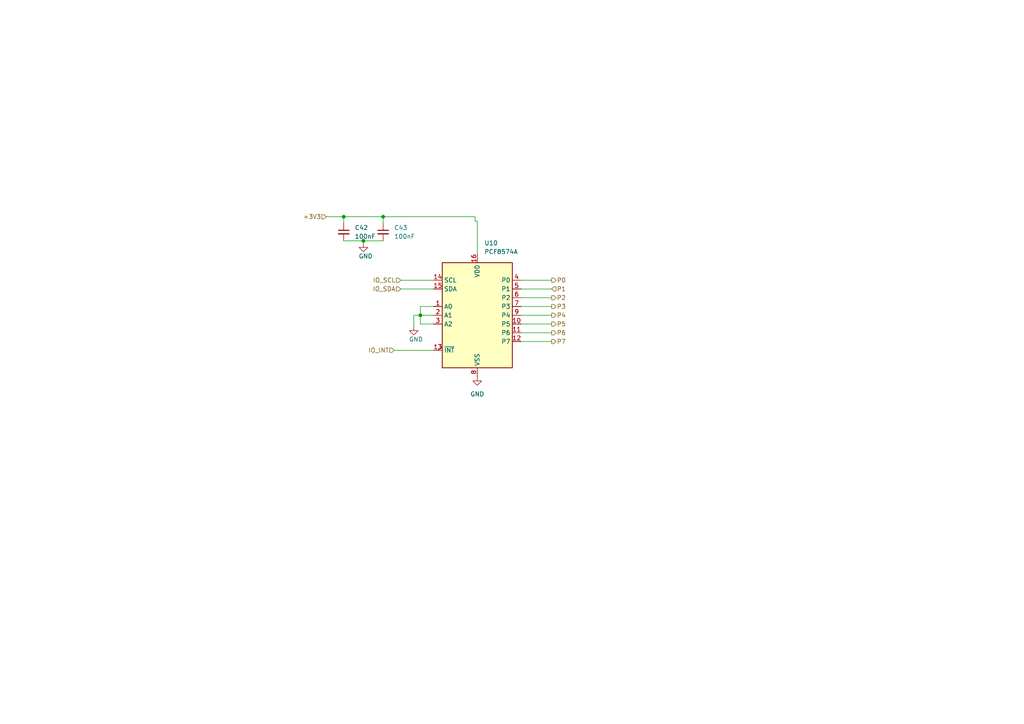
<source format=kicad_sch>
(kicad_sch (version 20230121) (generator eeschema)
  (paper "A4")
  (title_block (title "ELIESTAR") (date "2023-06-20") (rev "2.0") (company "GEVITON") (comment 2 "Reviewed By: Timoty Kyalo") (comment 3 "Designed By: Robert Mutura") (comment 4 "ELIESTAR"))
  (lib_symbols
    (symbol "Device:C_Small" (pin_numbers hide) (pin_names (offset 0.254) hide)
      (property "Reference" "C" (at 0.254 1.778 0))
      (property "Value" "C_Small" (at 0.254 -2.032 0))
      (symbol "C_Small_0_1"
        (polyline (pts (xy -1.524 -0.508) (xy 1.524 -0.508)) (stroke (width 0.3302)))
        (polyline (pts (xy -1.524 0.508) (xy 1.524 0.508)) (stroke (width 0.3048)))
      )
      (symbol "C_Small_1_1"
        (pin passive line (at 0 2.54 270) (length 2.032) (name "~") (number "1"))
        (pin passive line (at 0 -2.54 90) (length 2.032) (name "~") (number "2"))
      )
    )
    (symbol "Interface_Expansion:PCF8574A"
      (property "Reference" "U" (at -8.89 16.51 0))
      (property "Value" "PCF8574A" (at 2.54 16.51 0))
      (symbol "PCF8574A_0_1"
        (rectangle (start -10.16 15.24) (end 10.16 -15.24) (stroke (width 0.254)) (fill (type background)))
      )
      (symbol "PCF8574A_1_1"
        (pin input line (at -12.7 2.54 0) (length 2.54) (name "A0") (number "1"))
        (pin bidirectional line (at 12.7 -2.54 180) (length 2.54) (name "P5") (number "10"))
        (pin bidirectional line (at 12.7 -5.08 180) (length 2.54) (name "P6") (number "11"))
        (pin bidirectional line (at 12.7 -7.62 180) (length 2.54) (name "P7") (number "12"))
        (pin open_collector output_low (at -12.7 -10.16 0) (length 2.54) (name "~{INT}") (number "13"))
        (pin input line (at -12.7 10.16 0) (length 2.54) (name "SCL") (number "14"))
        (pin bidirectional line (at -12.7 7.62 0) (length 2.54) (name "SDA") (number "15"))
        (pin power_in line (at 0 17.78 270) (length 2.54) (name "VDD") (number "16"))
        (pin input line (at -12.7 0 0) (length 2.54) (name "A1") (number "2"))
        (pin input line (at -12.7 -2.54 0) (length 2.54) (name "A2") (number "3"))
        (pin bidirectional line (at 12.7 10.16 180) (length 2.54) (name "P0") (number "4"))
        (pin bidirectional line (at 12.7 7.62 180) (length 2.54) (name "P1") (number "5"))
        (pin bidirectional line (at 12.7 5.08 180) (length 2.54) (name "P2") (number "6"))
        (pin bidirectional line (at 12.7 2.54 180) (length 2.54) (name "P3") (number "7"))
        (pin power_in line (at 0 -17.78 90) (length 2.54) (name "VSS") (number "8"))
        (pin bidirectional line (at 12.7 0 180) (length 2.54) (name "P4") (number "9"))
      )
    )
    (symbol "power:GND" (power) (pin_names (offset 0))
      (property "Value" "GND" (at 0 -3.81 0))
      (symbol "GND_0_1"
        (polyline (pts (xy 0 0) (xy 0 -1.27) (xy 1.27 -1.27) (xy 0 -2.54) (xy -1.27 -1.27) (xy 0 -1.27)))
      )
      (symbol "GND_1_1"
        (pin power_in line (at 0 0 270) (length 0) hide (name "GND") (number "1"))
      )
    )
  )
  (junction (at 99.695 62.865))
  (junction (at 111.125 62.865))
  (junction (at 121.92 91.44))
  (junction (at 105.41 69.85))
  (wire (pts (xy 121.92 91.44) (xy 121.92 93.98)))
  (wire (pts (xy 105.41 69.85) (xy 105.41 70.485)))
  (wire (pts (xy 111.125 69.85) (xy 105.41 69.85)))
  (wire (pts (xy 121.92 88.9) (xy 121.92 91.44)))
  (wire (pts (xy 121.92 91.44) (xy 125.73 91.44)))
  (wire (pts (xy 121.92 91.44) (xy 120.015 91.44)))
  (wire (pts (xy 151.13 81.28) (xy 160.02 81.28)))
  (wire (pts (xy 99.695 64.77) (xy 99.695 62.865)))
  (wire (pts (xy 116.205 83.82) (xy 125.73 83.82)))
  (wire (pts (xy 160.02 88.9) (xy 151.13 88.9)))
  (wire (pts (xy 99.695 62.865) (xy 111.125 62.865)))
  (wire (pts (xy 137.795 64.135) (xy 138.43 64.135)))
  (wire (pts (xy 151.13 96.52) (xy 160.02 96.52)))
  (wire (pts (xy 151.13 91.44) (xy 160.02 91.44)))
  (wire (pts (xy 160.02 93.98) (xy 151.13 93.98)))
  (wire (pts (xy 160.02 99.06) (xy 151.13 99.06)))
  (wire (pts (xy 111.125 62.865) (xy 137.795 62.865)))
  (wire (pts (xy 137.795 62.865) (xy 137.795 64.135)))
  (wire (pts (xy 111.125 62.865) (xy 111.125 64.77)))
  (wire (pts (xy 94.615 62.865) (xy 99.695 62.865)))
  (wire (pts (xy 120.015 91.44) (xy 120.015 94.615)))
  (wire (pts (xy 114.3 101.6) (xy 125.73 101.6)))
  (wire (pts (xy 151.13 86.36) (xy 160.02 86.36)))
  (wire (pts (xy 160.02 83.82) (xy 151.13 83.82)))
  (wire (pts (xy 105.41 69.85) (xy 99.695 69.85)))
  (wire (pts (xy 125.73 88.9) (xy 121.92 88.9)))
  (wire (pts (xy 121.92 93.98) (xy 125.73 93.98)))
  (wire (pts (xy 116.205 81.28) (xy 125.73 81.28)))
  (wire (pts (xy 138.43 64.135) (xy 138.43 73.66)))
  (hierarchical_label "IO_SDA" (shape input) (at 116.205 83.82 180))
  (hierarchical_label "+3V3" (shape input) (at 94.615 62.865 180))
  (hierarchical_label "P3" (shape output) (at 160.02 88.9 0))
  (hierarchical_label "P7" (shape output) (at 160.02 99.06 0))
  (hierarchical_label "P6" (shape output) (at 160.02 96.52 0))
  (hierarchical_label "P1" (shape input) (at 160.02 83.82 0))
  (hierarchical_label "P0" (shape output) (at 160.02 81.28 0))
  (hierarchical_label "IO_INT" (shape input) (at 114.3 101.6 180))
  (hierarchical_label "IO_SCL" (shape input) (at 116.205 81.28 180))
  (hierarchical_label "P2" (shape output) (at 160.02 86.36 0))
  (hierarchical_label "P4" (shape output) (at 160.02 91.44 0))
  (hierarchical_label "P5" (shape output) (at 160.02 93.98 0))
  (symbol (lib_id "power:GND") (at 120.015 94.615 0) (unit 1)
    (property "Reference" "#PWR079" (effects hide))
    (property "Value" "GND" (at 120.65 98.425 0))
    (instances (project "clippy" (path "" (reference "#PWR079") (unit 1))) (project "ELIESTER_V2" (path "" (reference "#PWR0128") (unit 1))))
  )
  (symbol (lib_id "Interface_Expansion:PCF8574A") (at 138.43 91.44 0) (unit 1)
    (property "Reference" "U10" (at 140.4494 70.485 0) (effects (justify left)))
    (property "Value" "PCF8574A" (at 140.4494 73.025 0) (effects (justify left)))
    (property "Footprint" "Package_SO:SOIC-16W_7.5x10.3mm_P1.27mm" (effects hide))
    (property "Datasheet" "http://www.nxp.com/documents/data_sheet/PCF8574_PCF8574A.pdf" (effects hide))
    (instances (project "clippy" (path "" (reference "U10") (unit 1))) (project "ELIESTER_V2" (path "" (reference "U24") (unit 1))))
  )
  (symbol (lib_id "Device:C_Small") (at 111.125 67.31 0) (unit 1)
    (property "Reference" "C43" (at 114.3 66.0462 0) (effects (justify left)))
    (property "Value" "100nF" (at 114.3 68.5862 0) (effects (justify left)))
    (property "Footprint" "Capacitor_SMD:C_0402_1005Metric" (effects hide))
    (instances (project "clippy" (path "" (reference "C43") (unit 1))) (project "ELIESTER_V2" (path "" (reference "C73") (unit 1))))
  )
  (symbol (lib_id "power:GND") (at 105.41 70.485 0) (unit 1)
    (property "Reference" "#PWR078" (effects hide))
    (property "Value" "GND" (at 106.045 74.295 0))
    (instances (project "clippy" (path "" (reference "#PWR078") (unit 1))) (project "ELIESTER_V2" (path "" (reference "#PWR0127") (unit 1))))
  )
  (symbol (lib_id "power:GND") (at 138.43 109.22 0) (unit 1)
    (property "Reference" "#PWR080" (effects hide))
    (property "Value" "GND" (at 138.43 114.3 0))
    (instances (project "clippy" (path "" (reference "#PWR080") (unit 1))) (project "ELIESTER_V2" (path "" (reference "#PWR0129") (unit 1))))
  )
  (symbol (lib_id "Device:C_Small") (at 99.695 67.31 0) (unit 1)
    (property "Reference" "C42" (at 102.87 66.0462 0) (effects (justify left)))
    (property "Value" "100nF" (at 102.87 68.5862 0) (effects (justify left)))
    (property "Footprint" "Capacitor_SMD:C_0402_1005Metric" (effects hide))
    (instances (project "clippy" (path "" (reference "C42") (unit 1))) (project "ELIESTER_V2" (path "" (reference "C72") (unit 1))))
  )
)
</source>
